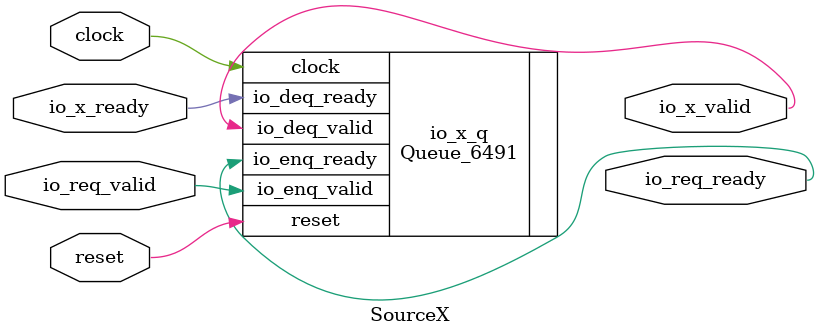
<source format=sv>
`ifndef RANDOMIZE
  `ifdef RANDOMIZE_REG_INIT
    `define RANDOMIZE
  `endif // RANDOMIZE_REG_INIT
`endif // not def RANDOMIZE
`ifndef RANDOMIZE
  `ifdef RANDOMIZE_MEM_INIT
    `define RANDOMIZE
  `endif // RANDOMIZE_MEM_INIT
`endif // not def RANDOMIZE

`ifndef RANDOM
  `define RANDOM $random
`endif // not def RANDOM

// Users can define 'PRINTF_COND' to add an extra gate to prints.
`ifndef PRINTF_COND_
  `ifdef PRINTF_COND
    `define PRINTF_COND_ (`PRINTF_COND)
  `else  // PRINTF_COND
    `define PRINTF_COND_ 1
  `endif // PRINTF_COND
`endif // not def PRINTF_COND_

// Users can define 'ASSERT_VERBOSE_COND' to add an extra gate to assert error printing.
`ifndef ASSERT_VERBOSE_COND_
  `ifdef ASSERT_VERBOSE_COND
    `define ASSERT_VERBOSE_COND_ (`ASSERT_VERBOSE_COND)
  `else  // ASSERT_VERBOSE_COND
    `define ASSERT_VERBOSE_COND_ 1
  `endif // ASSERT_VERBOSE_COND
`endif // not def ASSERT_VERBOSE_COND_

// Users can define 'STOP_COND' to add an extra gate to stop conditions.
`ifndef STOP_COND_
  `ifdef STOP_COND
    `define STOP_COND_ (`STOP_COND)
  `else  // STOP_COND
    `define STOP_COND_ 1
  `endif // STOP_COND
`endif // not def STOP_COND_

// Users can define INIT_RANDOM as general code that gets injected into the
// initializer block for modules with registers.
`ifndef INIT_RANDOM
  `define INIT_RANDOM
`endif // not def INIT_RANDOM

// If using random initialization, you can also define RANDOMIZE_DELAY to
// customize the delay used, otherwise 0.002 is used.
`ifndef RANDOMIZE_DELAY
  `define RANDOMIZE_DELAY 0.002
`endif // not def RANDOMIZE_DELAY

// Define INIT_RANDOM_PROLOG_ for use in our modules below.
`ifndef INIT_RANDOM_PROLOG_
  `ifdef RANDOMIZE
    `ifdef VERILATOR
      `define INIT_RANDOM_PROLOG_ `INIT_RANDOM
    `else  // VERILATOR
      `define INIT_RANDOM_PROLOG_ `INIT_RANDOM #`RANDOMIZE_DELAY begin end
    `endif // VERILATOR
  `else  // RANDOMIZE
    `define INIT_RANDOM_PROLOG_
  `endif // RANDOMIZE
`endif // not def INIT_RANDOM_PROLOG_

module SourceX(
  input  clock,
         reset,
         io_req_valid,
         io_x_ready,
  output io_req_ready,
         io_x_valid
);

  Queue_6491 io_x_q (	// @[Decoupled.scala:375:21]
    .clock        (clock),
    .reset        (reset),
    .io_enq_valid (io_req_valid),
    .io_deq_ready (io_x_ready),
    .io_enq_ready (io_req_ready),
    .io_deq_valid (io_x_valid)
  );
endmodule


</source>
